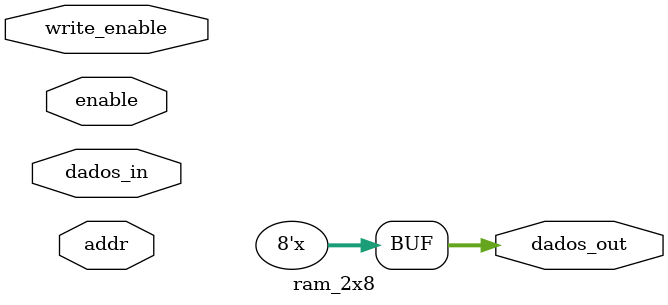
<source format=v>
module ram_2x8 (
    input wire [7:0] dados_in,
    input wire enable,
    input wire write_enable,
    input wire addr,         
    output reg [7:0] dados_out
);
    reg [7:0] ram[1:0]; 

    always @(*) begin
        if (enable) begin
            if (write_enable) begin
                ram[addr] <= dados_in; 
            end else begin
                dados_out <= ram[addr]; 
            end
        end
    end
endmodule

</source>
